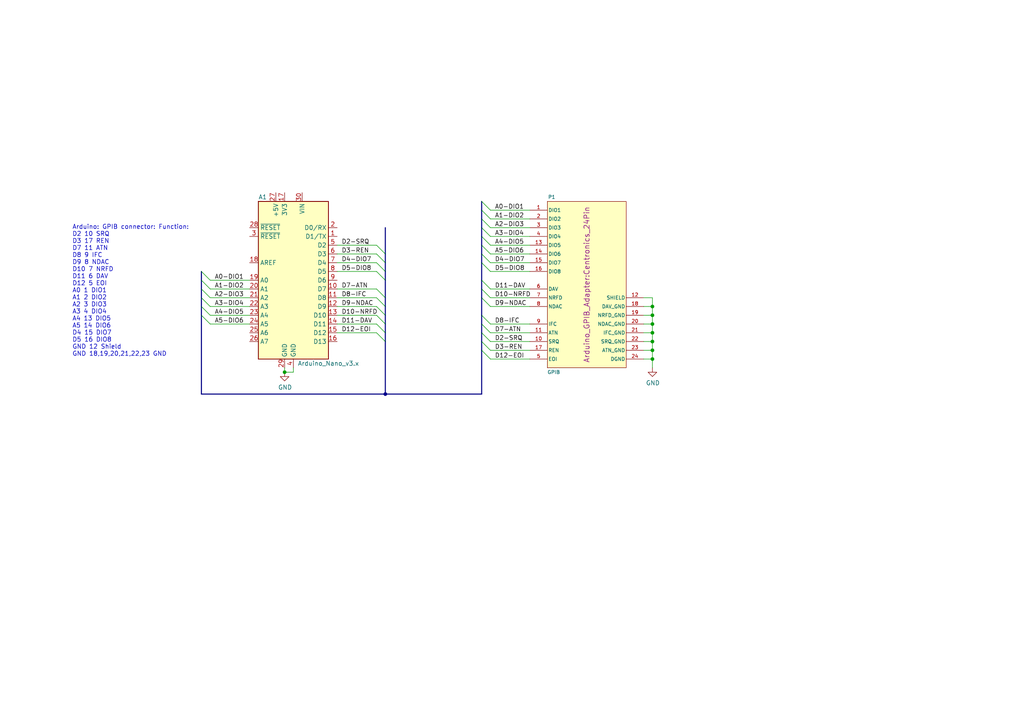
<source format=kicad_sch>
(kicad_sch (version 20211123) (generator eeschema)
  (paper "A4")
  (lib_symbols
    (symbol "Arduino_GPIB_Adapter:GPIB" (pin_names (offset 0.254))
      (property "Reference" "P" (at -11.43 24.13 0))
      (property "Value" "Arduino_GPIB_Adapter_GPIB" (at 11.43 24.13 0))
      (property "Footprint" "Arduino_GPIB_Adapter:Centronics_24Pin" (at -10.16 2.54 0))
      (symbol "GPIB_0_1"
        (rectangle (start -11.43 22.86) (end 11.43 -25.4) (fill (type background)))
      )
      (symbol "GPIB_1_1"
        (pin passive line (at -16.51 20.32 0) (length 5.08) (name "DIO1") (number "1"))
        (pin passive line (at -16.51 -17.78 0) (length 5.08) (name "SRQ") (number "10"))
        (pin passive line (at -16.51 -15.24 0) (length 5.08) (name "ATN") (number "11"))
        (pin passive line (at 16.51 -5.08 180) (length 5.08) (name "SHIELD") (number "12"))
        (pin passive line (at -16.51 10.16 0) (length 5.08) (name "DIO5") (number "13"))
        (pin passive line (at -16.51 7.62 0) (length 5.08) (name "DIO6") (number "14"))
        (pin passive line (at -16.51 5.08 0) (length 5.08) (name "DIO7") (number "15"))
        (pin passive line (at -16.51 2.54 0) (length 5.08) (name "DIO8") (number "16"))
        (pin passive line (at -16.51 -20.32 0) (length 5.08) (name "REN") (number "17"))
        (pin passive line (at 16.51 -7.62 180) (length 5.08) (name "DAV_GND") (number "18"))
        (pin passive line (at 16.51 -10.16 180) (length 5.08) (name "NRFD_GND") (number "19"))
        (pin passive line (at -16.51 17.78 0) (length 5.08) (name "DIO2") (number "2"))
        (pin passive line (at 16.51 -12.7 180) (length 5.08) (name "NDAC_GND") (number "20"))
        (pin passive line (at 16.51 -15.24 180) (length 5.08) (name "IFC_GND") (number "21"))
        (pin passive line (at 16.51 -17.78 180) (length 5.08) (name "SRQ_GND") (number "22"))
        (pin passive line (at 16.51 -20.32 180) (length 5.08) (name "ATN_GND") (number "23"))
        (pin passive line (at 16.51 -22.86 180) (length 5.08) (name "DGND") (number "24"))
        (pin passive line (at -16.51 15.24 0) (length 5.08) (name "DIO3") (number "3"))
        (pin passive line (at -16.51 12.7 0) (length 5.08) (name "DIO4") (number "4"))
        (pin passive line (at -16.51 -22.86 0) (length 5.08) (name "EOI") (number "5"))
        (pin passive line (at -16.51 -2.54 0) (length 5.08) (name "DAV") (number "6"))
        (pin passive line (at -16.51 -5.08 0) (length 5.08) (name "NRFD") (number "7"))
        (pin passive line (at -16.51 -7.62 0) (length 5.08) (name "NDAC") (number "8"))
        (pin passive line (at -16.51 -12.7 0) (length 5.08) (name "IFC") (number "9"))
      )
    )
    (symbol "MCU_Module:Arduino_Nano_v3.x"
      (property "Reference" "A" (at -10.16 23.495 0))
      (property "Value" "Arduino_Nano_v3.x" (at 5.08 -24.13 0))
      (symbol "Arduino_Nano_v3.x_0_1"
        (rectangle (start -10.16 22.86) (end 10.16 -22.86) (stroke (width 0.254)) (fill (type background)))
      )
      (symbol "Arduino_Nano_v3.x_1_1"
        (pin bidirectional line (at -12.7 12.7 0) (length 2.54) (name "D1/TX") (number "1"))
        (pin bidirectional line (at -12.7 -2.54 0) (length 2.54) (name "D7") (number "10"))
        (pin bidirectional line (at -12.7 -5.08 0) (length 2.54) (name "D8") (number "11"))
        (pin bidirectional line (at -12.7 -7.62 0) (length 2.54) (name "D9") (number "12"))
        (pin bidirectional line (at -12.7 -10.16 0) (length 2.54) (name "D10") (number "13"))
        (pin bidirectional line (at -12.7 -12.7 0) (length 2.54) (name "D11") (number "14"))
        (pin bidirectional line (at -12.7 -15.24 0) (length 2.54) (name "D12") (number "15"))
        (pin bidirectional line (at -12.7 -17.78 0) (length 2.54) (name "D13") (number "16"))
        (pin power_out line (at 2.54 25.4 270) (length 2.54) (name "3V3") (number "17"))
        (pin input line (at 12.7 5.08 180) (length 2.54) (name "AREF") (number "18"))
        (pin bidirectional line (at 12.7 0 180) (length 2.54) (name "A0") (number "19"))
        (pin bidirectional line (at -12.7 15.24 0) (length 2.54) (name "D0/RX") (number "2"))
        (pin bidirectional line (at 12.7 -2.54 180) (length 2.54) (name "A1") (number "20"))
        (pin bidirectional line (at 12.7 -5.08 180) (length 2.54) (name "A2") (number "21"))
        (pin bidirectional line (at 12.7 -7.62 180) (length 2.54) (name "A3") (number "22"))
        (pin bidirectional line (at 12.7 -10.16 180) (length 2.54) (name "A4") (number "23"))
        (pin bidirectional line (at 12.7 -12.7 180) (length 2.54) (name "A5") (number "24"))
        (pin bidirectional line (at 12.7 -15.24 180) (length 2.54) (name "A6") (number "25"))
        (pin bidirectional line (at 12.7 -17.78 180) (length 2.54) (name "A7") (number "26"))
        (pin power_out line (at 5.08 25.4 270) (length 2.54) (name "+5V") (number "27"))
        (pin input line (at 12.7 15.24 180) (length 2.54) (name "~{RESET}") (number "28"))
        (pin power_in line (at 2.54 -25.4 90) (length 2.54) (name "GND") (number "29"))
        (pin input line (at 12.7 12.7 180) (length 2.54) (name "~{RESET}") (number "3"))
        (pin power_in line (at -2.54 25.4 270) (length 2.54) (name "VIN") (number "30"))
        (pin power_in line (at 0 -25.4 90) (length 2.54) (name "GND") (number "4"))
        (pin bidirectional line (at -12.7 10.16 0) (length 2.54) (name "D2") (number "5"))
        (pin bidirectional line (at -12.7 7.62 0) (length 2.54) (name "D3") (number "6"))
        (pin bidirectional line (at -12.7 5.08 0) (length 2.54) (name "D4") (number "7"))
        (pin bidirectional line (at -12.7 2.54 0) (length 2.54) (name "D5") (number "8"))
        (pin bidirectional line (at -12.7 0 0) (length 2.54) (name "D6") (number "9"))
      )
    )
    (symbol "power:GND" (power) (pin_names (offset 0))
      (property "Value" "GND" (at 0 -3.81 0))
      (symbol "GND_0_1"
        (polyline (pts (xy 0 0) (xy 0 -1.27) (xy 1.27 -1.27) (xy 0 -2.54) (xy -1.27 -1.27) (xy 0 -1.27)))
      )
      (symbol "GND_1_1"
        (pin power_in line (at 0 0 270) (length 0) hide (name "GND") (number "1"))
      )
    )
  )
  (junction (at 82.55 107.95))
  (junction (at 189.23 101.6))
  (junction (at 189.23 96.52))
  (junction (at 189.23 104.14))
  (junction (at 189.23 88.9))
  (junction (at 189.23 93.98))
  (junction (at 189.23 91.44))
  (junction (at 189.23 99.06))
  (junction (at 111.76 114.3))
  (bus_entry (at 109.22 86.36) (size 2.54 2.54))
  (bus_entry (at 58.42 78.74) (size 2.54 2.54))
  (bus_entry (at 109.22 91.44) (size 2.54 2.54))
  (bus_entry (at 139.7 101.6) (size 2.54 2.54))
  (bus_entry (at 58.42 88.9) (size 2.54 2.54))
  (bus_entry (at 109.22 88.9) (size 2.54 2.54))
  (bus_entry (at 58.42 91.44) (size 2.54 2.54))
  (bus_entry (at 139.7 76.2) (size 2.54 2.54))
  (bus_entry (at 109.22 83.82) (size 2.54 2.54))
  (bus_entry (at 109.22 96.52) (size 2.54 2.54))
  (bus_entry (at 139.7 73.66) (size 2.54 2.54))
  (bus_entry (at 139.7 66.04) (size 2.54 2.54))
  (bus_entry (at 139.7 86.36) (size 2.54 2.54))
  (bus_entry (at 139.7 99.06) (size 2.54 2.54))
  (bus_entry (at 139.7 96.52) (size 2.54 2.54))
  (bus_entry (at 58.42 81.28) (size 2.54 2.54))
  (bus_entry (at 109.22 73.66) (size 2.54 2.54))
  (bus_entry (at 139.7 58.42) (size 2.54 2.54))
  (bus_entry (at 109.22 71.12) (size 2.54 2.54))
  (bus_entry (at 139.7 71.12) (size 2.54 2.54))
  (bus_entry (at 58.42 83.82) (size 2.54 2.54))
  (bus_entry (at 109.22 78.74) (size 2.54 2.54))
  (bus_entry (at 139.7 81.28) (size 2.54 2.54))
  (bus_entry (at 139.7 60.96) (size 2.54 2.54))
  (bus_entry (at 139.7 68.58) (size 2.54 2.54))
  (bus_entry (at 109.22 93.98) (size 2.54 2.54))
  (bus_entry (at 139.7 93.98) (size 2.54 2.54))
  (bus_entry (at 139.7 91.44) (size 2.54 2.54))
  (bus_entry (at 139.7 63.5) (size 2.54 2.54))
  (bus_entry (at 139.7 83.82) (size 2.54 2.54))
  (bus_entry (at 58.42 86.36) (size 2.54 2.54))
  (bus_entry (at 109.22 76.2) (size 2.54 2.54))
  (wire (pts (xy 97.79 86.36) (xy 109.22 86.36)))
  (wire (pts (xy 142.24 93.98) (xy 153.67 93.98)))
  (wire (pts (xy 153.67 83.82) (xy 142.24 83.82)))
  (wire (pts (xy 97.79 93.98) (xy 109.22 93.98)))
  (wire (pts (xy 153.67 60.96) (xy 142.24 60.96)))
  (wire (pts (xy 153.67 76.2) (xy 142.24 76.2)))
  (bus (pts (xy 139.7 99.06) (xy 139.7 101.6)))
  (wire (pts (xy 186.69 101.6) (xy 189.23 101.6)))
  (wire (pts (xy 60.96 88.9) (xy 72.39 88.9)))
  (bus (pts (xy 139.7 101.6) (xy 139.7 114.3)))
  (bus (pts (xy 111.76 114.3) (xy 58.42 114.3)))
  (bus (pts (xy 58.42 81.28) (xy 58.42 83.82)))
  (bus (pts (xy 58.42 91.44) (xy 58.42 114.3)))
  (bus (pts (xy 111.76 93.98) (xy 111.76 96.52)))
  (wire (pts (xy 153.67 63.5) (xy 142.24 63.5)))
  (wire (pts (xy 142.24 73.66) (xy 153.67 73.66)))
  (wire (pts (xy 189.23 106.68) (xy 189.23 104.14)))
  (bus (pts (xy 111.76 99.06) (xy 111.76 114.3)))
  (wire (pts (xy 142.24 99.06) (xy 153.67 99.06)))
  (bus (pts (xy 139.7 58.42) (xy 139.7 60.96)))
  (wire (pts (xy 189.23 88.9) (xy 189.23 86.36)))
  (wire (pts (xy 186.69 88.9) (xy 189.23 88.9)))
  (wire (pts (xy 60.96 83.82) (xy 72.39 83.82)))
  (bus (pts (xy 139.7 81.28) (xy 139.7 83.82)))
  (bus (pts (xy 139.7 68.58) (xy 139.7 71.12)))
  (wire (pts (xy 142.24 86.36) (xy 153.67 86.36)))
  (bus (pts (xy 111.76 91.44) (xy 111.76 93.98)))
  (wire (pts (xy 142.24 104.14) (xy 153.67 104.14)))
  (wire (pts (xy 97.79 76.2) (xy 109.22 76.2)))
  (wire (pts (xy 82.55 107.95) (xy 85.09 107.95)))
  (wire (pts (xy 186.69 91.44) (xy 189.23 91.44)))
  (wire (pts (xy 189.23 91.44) (xy 189.23 88.9)))
  (bus (pts (xy 111.76 73.66) (xy 111.76 76.2)))
  (wire (pts (xy 97.79 71.12) (xy 109.22 71.12)))
  (bus (pts (xy 139.7 91.44) (xy 139.7 93.98)))
  (wire (pts (xy 72.39 81.28) (xy 60.96 81.28)))
  (wire (pts (xy 97.79 83.82) (xy 109.22 83.82)))
  (wire (pts (xy 186.69 99.06) (xy 189.23 99.06)))
  (wire (pts (xy 189.23 96.52) (xy 189.23 93.98)))
  (wire (pts (xy 189.23 104.14) (xy 189.23 101.6)))
  (wire (pts (xy 189.23 99.06) (xy 189.23 96.52)))
  (bus (pts (xy 111.76 86.36) (xy 111.76 88.9)))
  (bus (pts (xy 139.7 93.98) (xy 139.7 96.52)))
  (bus (pts (xy 111.76 78.74) (xy 111.76 81.28)))
  (bus (pts (xy 139.7 96.52) (xy 139.7 99.06)))
  (bus (pts (xy 111.76 96.52) (xy 111.76 99.06)))
  (bus (pts (xy 111.76 114.3) (xy 139.7 114.3)))
  (wire (pts (xy 153.67 68.58) (xy 142.24 68.58)))
  (wire (pts (xy 153.67 101.6) (xy 142.24 101.6)))
  (bus (pts (xy 139.7 86.36) (xy 139.7 91.44)))
  (bus (pts (xy 58.42 83.82) (xy 58.42 86.36)))
  (bus (pts (xy 111.76 66.04) (xy 111.76 73.66)))
  (wire (pts (xy 72.39 86.36) (xy 60.96 86.36)))
  (wire (pts (xy 153.67 96.52) (xy 142.24 96.52)))
  (wire (pts (xy 186.69 93.98) (xy 189.23 93.98)))
  (wire (pts (xy 72.39 91.44) (xy 60.96 91.44)))
  (wire (pts (xy 60.96 93.98) (xy 72.39 93.98)))
  (bus (pts (xy 139.7 73.66) (xy 139.7 76.2)))
  (wire (pts (xy 97.79 78.74) (xy 109.22 78.74)))
  (bus (pts (xy 58.42 78.74) (xy 58.42 81.28)))
  (wire (pts (xy 97.79 96.52) (xy 109.22 96.52)))
  (bus (pts (xy 139.7 63.5) (xy 139.7 66.04)))
  (wire (pts (xy 189.23 93.98) (xy 189.23 91.44)))
  (wire (pts (xy 142.24 71.12) (xy 153.67 71.12)))
  (wire (pts (xy 97.79 73.66) (xy 109.22 73.66)))
  (bus (pts (xy 58.42 88.9) (xy 58.42 91.44)))
  (wire (pts (xy 142.24 66.04) (xy 153.67 66.04)))
  (bus (pts (xy 111.76 88.9) (xy 111.76 91.44)))
  (wire (pts (xy 97.79 88.9) (xy 109.22 88.9)))
  (wire (pts (xy 97.79 91.44) (xy 109.22 91.44)))
  (wire (pts (xy 153.67 88.9) (xy 142.24 88.9)))
  (wire (pts (xy 189.23 86.36) (xy 186.69 86.36)))
  (bus (pts (xy 58.42 86.36) (xy 58.42 88.9)))
  (bus (pts (xy 139.7 76.2) (xy 139.7 81.28)))
  (wire (pts (xy 82.55 107.95) (xy 82.55 106.68)))
  (bus (pts (xy 111.76 76.2) (xy 111.76 78.74)))
  (wire (pts (xy 85.09 107.95) (xy 85.09 106.68)))
  (wire (pts (xy 186.69 96.52) (xy 189.23 96.52)))
  (bus (pts (xy 139.7 60.96) (xy 139.7 63.5)))
  (bus (pts (xy 139.7 66.04) (xy 139.7 68.58)))
  (bus (pts (xy 139.7 83.82) (xy 139.7 86.36)))
  (wire (pts (xy 189.23 101.6) (xy 189.23 99.06)))
  (bus (pts (xy 139.7 71.12) (xy 139.7 73.66)))
  (bus (pts (xy 111.76 81.28) (xy 111.76 86.36)))
  (wire (pts (xy 186.69 104.14) (xy 189.23 104.14)))
  (wire (pts (xy 142.24 78.74) (xy 153.67 78.74)))
  (text "Arduino: GPIB connector: Function:\nD2 10 SRQ\nD3 17 REN\nD7 11 ATN\nD8 9 IFC\nD9 8 NDAC\nD10 7 NRFD\nD11 6 DAV\nD12 5 EOI\nA0 1 DIO1\nA1 2 DIO2\nA2 3 DIO3\nA3 4 DIO4\nA4 13 DIO5\nA5 14 DIO6\nD4 15 DIO7\nD5 16 DIO8\nGND 12 Shield\nGND 18,19,20,21,22,23 GND" (at 20.955 103.505 0) (effects (font (size 1.27 1.27)) (justify left bottom)))
  (label "A4-DIO5" (at 143.51 71.12 0))
  (label "D5-DIO8" (at 99.06 78.74 0))
  (label "D2-SRQ" (at 99.06 71.12 0))
  (label "D9-NDAC" (at 143.51 88.9 0))
  (label "D12-EOI" (at 143.51 104.14 0))
  (label "A3-DIO4" (at 62.23 88.9 0))
  (label "D3-REN" (at 99.06 73.66 0))
  (label "A0-DIO1" (at 143.51 60.96 0))
  (label "D10-NRFD" (at 143.51 86.36 0))
  (label "A0-DIO1" (at 62.23 81.28 0))
  (label "D8-IFC" (at 99.06 86.36 0))
  (label "D4-DIO7" (at 143.51 76.2 0))
  (label "D3-REN" (at 143.51 101.6 0))
  (label "A5-DIO6" (at 62.23 93.98 0))
  (label "A4-DIO5" (at 62.23 91.44 0))
  (label "D8-IFC" (at 143.51 93.98 0))
  (label "D5-DIO8" (at 143.51 78.74 0))
  (label "A5-DIO6" (at 143.51 73.66 0))
  (label "D4-DIO7" (at 99.06 76.2 0))
  (label "D7-ATN" (at 99.06 83.82 0))
  (label "D7-ATN" (at 143.51 96.52 0))
  (label "A3-DIO4" (at 143.51 68.58 0))
  (label "A2-DIO3" (at 62.23 86.36 0))
  (label "A2-DIO3" (at 143.51 66.04 0))
  (label "D11-DAV" (at 99.06 93.98 0))
  (label "A1-DIO2" (at 62.23 83.82 0))
  (label "D12-EOI" (at 99.06 96.52 0))
  (label "A1-DIO2" (at 143.51 63.5 0))
  (label "D11-DAV" (at 143.51 83.82 0))
  (label "D10-NRFD" (at 99.06 91.44 0))
  (label "D2-SRQ" (at 143.51 99.06 0))
  (label "D9-NDAC" (at 99.06 88.9 0))
  (symbol (lib_id "MCU_Module:Arduino_Nano_v3.x") (at 85.09 81.28 0) (mirror y) (unit 1)
    (property "Reference" "A1" (at 76.2 57.15 0))
    (property "Value" "Arduino_Nano_v3.x" (at 95.25 105.41 0))
    (property "Footprint" "Module:Arduino_Nano" (effects hide))
    (property "Datasheet" "http://www.mouser.com/pdfdocs/Gravitech_Arduino_Nano3_0.pdf" (effects hide))
  )
  (symbol (lib_id "Arduino_GPIB_Adapter:GPIB") (at 170.18 81.28 0) (unit 1)
    (property "Reference" "P1" (at 160.02 57.15 0) (effects (font (size 1.016 1.016))))
    (property "Value" "GPIB" (at 158.75 107.95 0) (effects (font (size 1.016 1.016)) (justify left)))
    (property "Footprint" "Arduino_GPIB_Adapter:Centronics_24Pin" (at 170.18 82.55 90) (effects (font (size 1.524 1.524))))
  )
  (symbol (lib_id "power:GND") (at 82.55 107.95 0) (unit 1)
    (property "Reference" "#PWR0101" (effects hide))
    (property "Value" "GND" (at 82.677 112.3442 0))
  )
  (symbol (lib_id "power:GND") (at 189.23 106.68 0) (unit 1)
    (property "Reference" "#PWR0102" (effects hide))
    (property "Value" "GND" (at 189.357 111.0742 0))
  )
)
</source>
